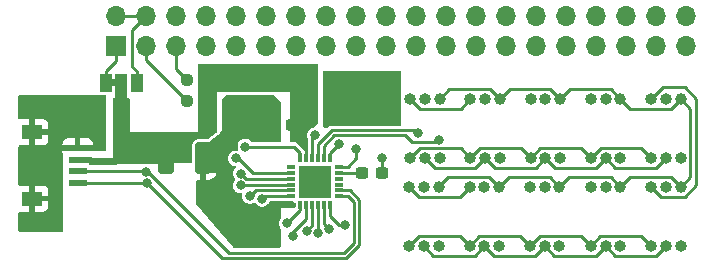
<source format=gbr>
%TF.GenerationSoftware,KiCad,Pcbnew,7.0.9*%
%TF.CreationDate,2023-11-18T01:38:35+02:00*%
%TF.ProjectId,MicroBars,4d696372-6f42-4617-9273-2e6b69636164,rev?*%
%TF.SameCoordinates,Original*%
%TF.FileFunction,Copper,L1,Top*%
%TF.FilePolarity,Positive*%
%FSLAX46Y46*%
G04 Gerber Fmt 4.6, Leading zero omitted, Abs format (unit mm)*
G04 Created by KiCad (PCBNEW 7.0.9) date 2023-11-18 01:38:35*
%MOMM*%
%LPD*%
G01*
G04 APERTURE LIST*
G04 Aperture macros list*
%AMRoundRect*
0 Rectangle with rounded corners*
0 $1 Rounding radius*
0 $2 $3 $4 $5 $6 $7 $8 $9 X,Y pos of 4 corners*
0 Add a 4 corners polygon primitive as box body*
4,1,4,$2,$3,$4,$5,$6,$7,$8,$9,$2,$3,0*
0 Add four circle primitives for the rounded corners*
1,1,$1+$1,$2,$3*
1,1,$1+$1,$4,$5*
1,1,$1+$1,$6,$7*
1,1,$1+$1,$8,$9*
0 Add four rect primitives between the rounded corners*
20,1,$1+$1,$2,$3,$4,$5,0*
20,1,$1+$1,$4,$5,$6,$7,0*
20,1,$1+$1,$6,$7,$8,$9,0*
20,1,$1+$1,$8,$9,$2,$3,0*%
G04 Aperture macros list end*
%TA.AperFunction,SMDPad,CuDef*%
%ADD10R,1.000000X1.500000*%
%TD*%
%TA.AperFunction,ComponentPad*%
%ADD11C,1.000000*%
%TD*%
%TA.AperFunction,ComponentPad*%
%ADD12O,1.000000X1.000000*%
%TD*%
%TA.AperFunction,SMDPad,CuDef*%
%ADD13RoundRect,0.237500X0.250000X0.237500X-0.250000X0.237500X-0.250000X-0.237500X0.250000X-0.237500X0*%
%TD*%
%TA.AperFunction,SMDPad,CuDef*%
%ADD14RoundRect,0.237500X0.300000X0.237500X-0.300000X0.237500X-0.300000X-0.237500X0.300000X-0.237500X0*%
%TD*%
%TA.AperFunction,SMDPad,CuDef*%
%ADD15R,1.550000X0.600000*%
%TD*%
%TA.AperFunction,SMDPad,CuDef*%
%ADD16R,1.800000X1.200000*%
%TD*%
%TA.AperFunction,SMDPad,CuDef*%
%ADD17RoundRect,0.237500X-0.300000X-0.237500X0.300000X-0.237500X0.300000X0.237500X-0.300000X0.237500X0*%
%TD*%
%TA.AperFunction,SMDPad,CuDef*%
%ADD18R,0.800000X0.300000*%
%TD*%
%TA.AperFunction,SMDPad,CuDef*%
%ADD19R,0.300000X0.800000*%
%TD*%
%TA.AperFunction,SMDPad,CuDef*%
%ADD20R,2.800000X2.800000*%
%TD*%
%TA.AperFunction,SMDPad,CuDef*%
%ADD21RoundRect,0.250000X-0.250000X-0.475000X0.250000X-0.475000X0.250000X0.475000X-0.250000X0.475000X0*%
%TD*%
%TA.AperFunction,SMDPad,CuDef*%
%ADD22RoundRect,0.250000X-0.412500X-1.100000X0.412500X-1.100000X0.412500X1.100000X-0.412500X1.100000X0*%
%TD*%
%TA.AperFunction,ComponentPad*%
%ADD23R,1.700000X1.700000*%
%TD*%
%TA.AperFunction,ComponentPad*%
%ADD24O,1.700000X1.700000*%
%TD*%
%TA.AperFunction,ViaPad*%
%ADD25C,0.800000*%
%TD*%
%TA.AperFunction,Conductor*%
%ADD26C,0.250000*%
%TD*%
%TA.AperFunction,Conductor*%
%ADD27C,1.000000*%
%TD*%
%TA.AperFunction,Conductor*%
%ADD28C,0.500000*%
%TD*%
G04 APERTURE END LIST*
%TA.AperFunction,EtchedComponent*%
%TO.C,pwr*%
G36*
X108900000Y-117100000D02*
G01*
X108400000Y-117100000D01*
X108400000Y-116500000D01*
X108900000Y-116500000D01*
X108900000Y-117100000D01*
G37*
%TD.AperFunction*%
%TD*%
D10*
%TO.P,pwr,3,B*%
%TO.N,+5V*%
X110600000Y-116800000D03*
%TO.P,pwr,2,C*%
%TO.N,/pwr*%
X109300000Y-116800000D03*
%TO.P,pwr,1,A*%
%TO.N,+3V3*%
X108000000Y-116800000D03*
%TD*%
D11*
%TO.P,ALS6,1,A*%
%TO.N,/R1*%
X156653000Y-118175500D03*
D12*
%TO.P,ALS6,2,B*%
%TO.N,/R2*%
X156653000Y-123175500D03*
%TO.P,ALS6,3,C*%
%TO.N,/R3*%
X155403000Y-123175500D03*
%TO.P,ALS6,4,D*%
%TO.N,/R4*%
X154153000Y-123175500D03*
%TO.P,ALS6,5,E*%
%TO.N,/R5*%
X154153000Y-118175500D03*
%TO.P,ALS6,6,KA*%
%TO.N,/C6*%
X155403000Y-118175500D03*
%TD*%
D13*
%TO.P,R1,1*%
%TO.N,/pwr*%
X116712500Y-118310000D03*
%TO.P,R1,2*%
%TO.N,/GPIO2{slash}SDA1*%
X114887500Y-118310000D03*
%TD*%
D11*
%TO.P,ALS5,1,A*%
%TO.N,/R1*%
X136200000Y-125625500D03*
D12*
%TO.P,ALS5,2,B*%
%TO.N,/R2*%
X136200000Y-130625500D03*
%TO.P,ALS5,3,C*%
%TO.N,/R3*%
X134950000Y-130625500D03*
%TO.P,ALS5,4,D*%
%TO.N,/R4*%
X133700000Y-130625500D03*
%TO.P,ALS5,5,E*%
%TO.N,/R5*%
X133700000Y-125625500D03*
%TO.P,ALS5,6,KA*%
%TO.N,/C5*%
X134950000Y-125625500D03*
%TD*%
D11*
%TO.P,ALS4,1,A*%
%TO.N,/R1*%
X141300500Y-125625500D03*
D12*
%TO.P,ALS4,2,B*%
%TO.N,/R2*%
X141300500Y-130625500D03*
%TO.P,ALS4,3,C*%
%TO.N,/R3*%
X140050500Y-130625500D03*
%TO.P,ALS4,4,D*%
%TO.N,/R4*%
X138800500Y-130625500D03*
%TO.P,ALS4,5,E*%
%TO.N,/R5*%
X138800500Y-125625500D03*
%TO.P,ALS4,6,KA*%
%TO.N,/C4*%
X140050500Y-125625500D03*
%TD*%
D14*
%TO.P,C4,1*%
%TO.N,/pwr*%
X123725000Y-120400000D03*
%TO.P,C4,2*%
%TO.N,GND*%
X122000000Y-120400000D03*
%TD*%
D15*
%TO.P,J2,1,1*%
%TO.N,GND*%
X105600000Y-122300000D03*
%TO.P,J2,2,2*%
%TO.N,/pwr*%
X105600000Y-123300000D03*
%TO.P,J2,3,3*%
%TO.N,/GPIO2{slash}SDA1*%
X105600000Y-124300000D03*
%TO.P,J2,4,4*%
%TO.N,/GPIO3{slash}SCL1*%
X105600000Y-125300000D03*
D16*
%TO.P,J2,S1,SHIELD*%
%TO.N,GND*%
X101725000Y-121000000D03*
%TO.P,J2,S2,SHIELD*%
X101725000Y-126600000D03*
%TD*%
D11*
%TO.P,ALS3,1,A*%
%TO.N,/R1*%
X146400500Y-125625500D03*
D12*
%TO.P,ALS3,2,B*%
%TO.N,/R2*%
X146400500Y-130625500D03*
%TO.P,ALS3,3,C*%
%TO.N,/R3*%
X145150500Y-130625500D03*
%TO.P,ALS3,4,D*%
%TO.N,/R4*%
X143900500Y-130625500D03*
%TO.P,ALS3,5,E*%
%TO.N,/R5*%
X143900500Y-125625500D03*
%TO.P,ALS3,6,KA*%
%TO.N,/C3*%
X145150500Y-125625500D03*
%TD*%
D11*
%TO.P,ALS1,1,A*%
%TO.N,/R1*%
X156650500Y-125625500D03*
D12*
%TO.P,ALS1,2,B*%
%TO.N,/R2*%
X156650500Y-130625500D03*
%TO.P,ALS1,3,C*%
%TO.N,/R3*%
X155400500Y-130625500D03*
%TO.P,ALS1,4,D*%
%TO.N,/R4*%
X154150500Y-130625500D03*
%TO.P,ALS1,5,E*%
%TO.N,/R5*%
X154150500Y-125625500D03*
%TO.P,ALS1,6,KA*%
%TO.N,/C1*%
X155400500Y-125625500D03*
%TD*%
D17*
%TO.P,C2,1*%
%TO.N,/pwr*%
X116737500Y-119800000D03*
%TO.P,C2,2*%
%TO.N,GND*%
X118462500Y-119800000D03*
%TD*%
D18*
%TO.P,IC1,1,SDA*%
%TO.N,/GPIO2{slash}SDA1*%
X127713000Y-126413000D03*
%TO.P,IC1,2,SCL*%
%TO.N,/GPIO3{slash}SCL1*%
X127713000Y-125913000D03*
%TO.P,IC1,3,SDB*%
%TO.N,unconnected-(IC1-SDB-Pad3)*%
X127713000Y-125413000D03*
%TO.P,IC1,4,IN*%
%TO.N,unconnected-(IC1-IN-Pad4)*%
X127713000Y-124913000D03*
%TO.P,IC1,5,C_FILT*%
%TO.N,Net-(IC1-C_FILT)*%
X127713000Y-124413000D03*
%TO.P,IC1,6,AD*%
%TO.N,GND*%
X127713000Y-123913000D03*
D19*
%TO.P,IC1,7,R1*%
%TO.N,/R1*%
X126963000Y-123163000D03*
%TO.P,IC1,8,R2*%
%TO.N,/R2*%
X126463000Y-123163000D03*
%TO.P,IC1,9,R3*%
%TO.N,/R3*%
X125963000Y-123163000D03*
%TO.P,IC1,10,R4*%
%TO.N,/R4*%
X125463000Y-123163000D03*
%TO.P,IC1,11,VCC*%
%TO.N,/pwr*%
X124963000Y-123163000D03*
%TO.P,IC1,12,R5*%
%TO.N,/R5*%
X124463000Y-123163000D03*
D18*
%TO.P,IC1,13,R6/C11*%
%TO.N,unconnected-(IC1-R6{slash}C11-Pad13)*%
X123713000Y-123913000D03*
%TO.P,IC1,14,R7/C10*%
%TO.N,/C10*%
X123713000Y-124413000D03*
%TO.P,IC1,15,R8/C9*%
%TO.N,/C9*%
X123713000Y-124913000D03*
%TO.P,IC1,16,C8*%
%TO.N,/C8*%
X123713000Y-125413000D03*
%TO.P,IC1,17,C7*%
%TO.N,/C7*%
X123713000Y-125913000D03*
%TO.P,IC1,18,C6*%
%TO.N,/C6*%
X123713000Y-126413000D03*
D19*
%TO.P,IC1,19,C5*%
%TO.N,/C5*%
X124463000Y-127163000D03*
%TO.P,IC1,20,GND_1*%
%TO.N,GND*%
X124963000Y-127163000D03*
%TO.P,IC1,21,C4*%
%TO.N,/C4*%
X125463000Y-127163000D03*
%TO.P,IC1,22,C3*%
%TO.N,/C3*%
X125963000Y-127163000D03*
%TO.P,IC1,23,C2*%
%TO.N,/C2*%
X126463000Y-127163000D03*
%TO.P,IC1,24,C1*%
%TO.N,/C1*%
X126963000Y-127163000D03*
D20*
%TO.P,IC1,25,GND_2*%
%TO.N,GND*%
X125713000Y-125163000D03*
%TD*%
D21*
%TO.P,C1,1*%
%TO.N,/pwr*%
X125300000Y-119400000D03*
%TO.P,C1,2*%
%TO.N,GND*%
X127200000Y-119400000D03*
%TD*%
D17*
%TO.P,C3,1*%
%TO.N,Net-(IC1-C_FILT)*%
X129675000Y-124400000D03*
%TO.P,C3,2*%
%TO.N,GND*%
X131400000Y-124400000D03*
%TD*%
D11*
%TO.P,ALS9,1,A*%
%TO.N,/R1*%
X141351750Y-118175500D03*
D12*
%TO.P,ALS9,2,B*%
%TO.N,/R2*%
X141351750Y-123175500D03*
%TO.P,ALS9,3,C*%
%TO.N,/R3*%
X140101750Y-123175500D03*
%TO.P,ALS9,4,D*%
%TO.N,/R4*%
X138851750Y-123175500D03*
%TO.P,ALS9,5,E*%
%TO.N,/R5*%
X138851750Y-118175500D03*
%TO.P,ALS9,6,KA*%
%TO.N,/C9*%
X140101750Y-118175500D03*
%TD*%
D13*
%TO.P,R2,1*%
%TO.N,/pwr*%
X116712500Y-116600000D03*
%TO.P,R2,2*%
%TO.N,/GPIO3{slash}SCL1*%
X114887500Y-116600000D03*
%TD*%
D11*
%TO.P,ALS8,1,A*%
%TO.N,/R1*%
X146453000Y-118175500D03*
D12*
%TO.P,ALS8,2,B*%
%TO.N,/R2*%
X146453000Y-123175500D03*
%TO.P,ALS8,3,C*%
%TO.N,/R3*%
X145203000Y-123175500D03*
%TO.P,ALS8,4,D*%
%TO.N,/R4*%
X143953000Y-123175500D03*
%TO.P,ALS8,5,E*%
%TO.N,/R5*%
X143953000Y-118175500D03*
%TO.P,ALS8,6,KA*%
%TO.N,/C8*%
X145203000Y-118175500D03*
%TD*%
D11*
%TO.P,ALS2,1,A*%
%TO.N,/R1*%
X151550500Y-125625500D03*
D12*
%TO.P,ALS2,2,B*%
%TO.N,/R2*%
X151550500Y-130625500D03*
%TO.P,ALS2,3,C*%
%TO.N,/R3*%
X150300500Y-130625500D03*
%TO.P,ALS2,4,D*%
%TO.N,/R4*%
X149050500Y-130625500D03*
%TO.P,ALS2,5,E*%
%TO.N,/R5*%
X149050500Y-125625500D03*
%TO.P,ALS2,6,KA*%
%TO.N,/C2*%
X150300500Y-125625500D03*
%TD*%
D11*
%TO.P,ALS7,1,A*%
%TO.N,/R1*%
X151553000Y-118175500D03*
D12*
%TO.P,ALS7,2,B*%
%TO.N,/R2*%
X151553000Y-123175500D03*
%TO.P,ALS7,3,C*%
%TO.N,/R3*%
X150303000Y-123175500D03*
%TO.P,ALS7,4,D*%
%TO.N,/R4*%
X149053000Y-123175500D03*
%TO.P,ALS7,5,E*%
%TO.N,/R5*%
X149053000Y-118175500D03*
%TO.P,ALS7,6,KA*%
%TO.N,/C7*%
X150303000Y-118175500D03*
%TD*%
D11*
%TO.P,ALS10,1,A*%
%TO.N,/R1*%
X136251750Y-118175500D03*
D12*
%TO.P,ALS10,2,B*%
%TO.N,/R2*%
X136251750Y-123175500D03*
%TO.P,ALS10,3,C*%
%TO.N,/R3*%
X135001750Y-123175500D03*
%TO.P,ALS10,4,D*%
%TO.N,/R4*%
X133751750Y-123175500D03*
%TO.P,ALS10,5,E*%
%TO.N,/R5*%
X133751750Y-118175500D03*
%TO.P,ALS10,6,KA*%
%TO.N,/C10*%
X135001750Y-118175500D03*
%TD*%
D22*
%TO.P,C5,1*%
%TO.N,/pwr*%
X113075000Y-123200000D03*
%TO.P,C5,2*%
%TO.N,GND*%
X116200000Y-123200000D03*
%TD*%
D23*
%TO.P,J1,1,Pin_1*%
%TO.N,+3V3*%
X108870000Y-113670000D03*
D24*
%TO.P,J1,2,Pin_2*%
%TO.N,+5V*%
X108870000Y-111130000D03*
%TO.P,J1,3,Pin_3*%
%TO.N,/GPIO2{slash}SDA1*%
X111410000Y-113670000D03*
%TO.P,J1,4,Pin_4*%
%TO.N,+5V*%
X111410000Y-111130000D03*
%TO.P,J1,5,Pin_5*%
%TO.N,/GPIO3{slash}SCL1*%
X113950000Y-113670000D03*
%TO.P,J1,6,Pin_6*%
%TO.N,GND*%
X113950000Y-111130000D03*
%TO.P,J1,7,Pin_7*%
%TO.N,/GPIO4{slash}GPCLK0*%
X116490000Y-113670000D03*
%TO.P,J1,8,Pin_8*%
%TO.N,/GPIO14{slash}TXD0*%
X116490000Y-111130000D03*
%TO.P,J1,9,Pin_9*%
%TO.N,GND*%
X119030000Y-113670000D03*
%TO.P,J1,10,Pin_10*%
%TO.N,/GPIO15{slash}RXD0*%
X119030000Y-111130000D03*
%TO.P,J1,11,Pin_11*%
%TO.N,/GPIO17*%
X121570000Y-113670000D03*
%TO.P,J1,12,Pin_12*%
%TO.N,/GPIO18{slash}PCM.CLK*%
X121570000Y-111130000D03*
%TO.P,J1,13,Pin_13*%
%TO.N,/GPIO27*%
X124110000Y-113670000D03*
%TO.P,J1,14,Pin_14*%
%TO.N,GND*%
X124110000Y-111130000D03*
%TO.P,J1,15,Pin_15*%
%TO.N,/GPIO22*%
X126650000Y-113670000D03*
%TO.P,J1,16,Pin_16*%
%TO.N,/GPIO23*%
X126650000Y-111130000D03*
%TO.P,J1,17,Pin_17*%
%TO.N,+3V3*%
X129190000Y-113670000D03*
%TO.P,J1,18,Pin_18*%
%TO.N,/GPIO24*%
X129190000Y-111130000D03*
%TO.P,J1,19,Pin_19*%
%TO.N,/GPIO10{slash}SPI0.MOSI*%
X131730000Y-113670000D03*
%TO.P,J1,20,Pin_20*%
%TO.N,GND*%
X131730000Y-111130000D03*
%TO.P,J1,21,Pin_21*%
%TO.N,/GPIO9{slash}SPI0.MISO*%
X134270000Y-113670000D03*
%TO.P,J1,22,Pin_22*%
%TO.N,/GPIO25*%
X134270000Y-111130000D03*
%TO.P,J1,23,Pin_23*%
%TO.N,/GPIO11{slash}SPI0.SCLK*%
X136810000Y-113670000D03*
%TO.P,J1,24,Pin_24*%
%TO.N,/GPIO8{slash}SPI0.CE0*%
X136810000Y-111130000D03*
%TO.P,J1,25,Pin_25*%
%TO.N,GND*%
X139350000Y-113670000D03*
%TO.P,J1,26,Pin_26*%
%TO.N,/GPIO7{slash}SPI0.CE1*%
X139350000Y-111130000D03*
%TO.P,J1,27,Pin_27*%
%TO.N,/ID_SDA*%
X141890000Y-113670000D03*
%TO.P,J1,28,Pin_28*%
%TO.N,/ID_SCL*%
X141890000Y-111130000D03*
%TO.P,J1,29,Pin_29*%
%TO.N,/GPIO5*%
X144430000Y-113670000D03*
%TO.P,J1,30,Pin_30*%
%TO.N,GND*%
X144430000Y-111130000D03*
%TO.P,J1,31,Pin_31*%
%TO.N,/GPIO6*%
X146970000Y-113670000D03*
%TO.P,J1,32,Pin_32*%
%TO.N,/GPIO12{slash}PWM0*%
X146970000Y-111130000D03*
%TO.P,J1,33,Pin_33*%
%TO.N,/GPIO13{slash}PWM1*%
X149510000Y-113670000D03*
%TO.P,J1,34,Pin_34*%
%TO.N,GND*%
X149510000Y-111130000D03*
%TO.P,J1,35,Pin_35*%
%TO.N,/GPIO19{slash}PCM.FS*%
X152050000Y-113670000D03*
%TO.P,J1,36,Pin_36*%
%TO.N,/GPIO16*%
X152050000Y-111130000D03*
%TO.P,J1,37,Pin_37*%
%TO.N,/GPIO26*%
X154590000Y-113670000D03*
%TO.P,J1,38,Pin_38*%
%TO.N,/GPIO20{slash}PCM.DIN*%
X154590000Y-111130000D03*
%TO.P,J1,39,Pin_39*%
%TO.N,GND*%
X157130000Y-113670000D03*
%TO.P,J1,40,Pin_40*%
%TO.N,/GPIO21{slash}PCM.DOUT*%
X157130000Y-111130000D03*
%TD*%
D25*
%TO.N,/GPIO2{slash}SDA1*%
X111392058Y-124317383D03*
%TO.N,/GPIO3{slash}SCL1*%
X111487701Y-125312299D03*
%TO.N,GND*%
X117600000Y-127800000D03*
X120400000Y-119000000D03*
X103800000Y-121600000D03*
X117400000Y-123400000D03*
X127800000Y-116200000D03*
X107400000Y-121600000D03*
X128800000Y-116200000D03*
X101800000Y-119200000D03*
X122400000Y-130400000D03*
X132400000Y-116200000D03*
X125000000Y-125200000D03*
X130000000Y-116200000D03*
X118800000Y-129200000D03*
X119600000Y-119800000D03*
X121200000Y-118400000D03*
X126600000Y-125200000D03*
X131400000Y-123200000D03*
X123800000Y-129800000D03*
X125800000Y-125200000D03*
X131000000Y-116200000D03*
X101800000Y-128400000D03*
X122400000Y-127400000D03*
X129200000Y-122400000D03*
%TO.N,/C1*%
X128252822Y-128852822D03*
%TO.N,/R1*%
X127720102Y-121974500D03*
%TO.N,/R2*%
X136213000Y-121626000D03*
%TO.N,/R3*%
X134413000Y-121075000D03*
%TO.N,/R4*%
X125691326Y-121237284D03*
%TO.N,/R5*%
X119800000Y-122200000D03*
%TO.N,/C2*%
X126906677Y-129174369D03*
%TO.N,/C3*%
X125982659Y-129555415D03*
%TO.N,/C4*%
X125013000Y-129313000D03*
%TO.N,/C5*%
X123313000Y-128713000D03*
%TO.N,/C10*%
X119000000Y-123200000D03*
%TO.N,/C9*%
X119400000Y-124489000D03*
%TO.N,/C8*%
X119400000Y-125488503D03*
%TO.N,/C7*%
X120200000Y-126400000D03*
%TO.N,/C6*%
X121213000Y-126637500D03*
%TD*%
D26*
%TO.N,/R4*%
X125463000Y-121465610D02*
X125463000Y-123163000D01*
X125691326Y-121237284D02*
X125463000Y-121465610D01*
%TO.N,/pwr*%
X109300000Y-118300000D02*
X109200000Y-118400000D01*
D27*
X109300000Y-116800000D02*
X109300000Y-118300000D01*
D26*
%TO.N,+3V3*%
X108000000Y-115800000D02*
X108000000Y-116800000D01*
X108870000Y-114930000D02*
X108000000Y-115800000D01*
X108870000Y-113670000D02*
X108870000Y-114930000D01*
X128730000Y-113670000D02*
X129190000Y-113670000D01*
%TO.N,+5V*%
X108870000Y-111130000D02*
X111410000Y-111130000D01*
X111410000Y-111130000D02*
X110235000Y-112305000D01*
X110235000Y-115435000D02*
X110600000Y-115800000D01*
X110600000Y-115800000D02*
X110600000Y-116400000D01*
X110235000Y-112305000D02*
X110235000Y-115435000D01*
%TO.N,/GPIO2{slash}SDA1*%
X111410000Y-114832500D02*
X114887500Y-118310000D01*
X128977822Y-130385782D02*
X128163604Y-131200000D01*
X127713000Y-126413000D02*
X128513000Y-126413000D01*
X111500000Y-124300000D02*
X105600000Y-124300000D01*
X111410000Y-113670000D02*
X111410000Y-114832500D01*
X128163604Y-131200000D02*
X118400000Y-131200000D01*
X128977822Y-126877822D02*
X128977822Y-130385782D01*
X118400000Y-131200000D02*
X111500000Y-124300000D01*
X128513000Y-126413000D02*
X128977822Y-126877822D01*
%TO.N,/GPIO3{slash}SCL1*%
X117813604Y-131650000D02*
X111463604Y-125300000D01*
X104938604Y-125300000D02*
X105600000Y-125300000D01*
X128350000Y-131650000D02*
X117813604Y-131650000D01*
X111463604Y-125300000D02*
X105600000Y-125300000D01*
X127713000Y-125913000D02*
X128649396Y-125913000D01*
X114887500Y-116600000D02*
X113950000Y-115662500D01*
X128649396Y-125913000D02*
X129427822Y-126691426D01*
X129427822Y-130572178D02*
X128350000Y-131650000D01*
X113950000Y-115662500D02*
X113950000Y-113670000D01*
X129427822Y-126691426D02*
X129427822Y-130572178D01*
%TO.N,GND*%
X129200000Y-122400000D02*
X129200000Y-123200000D01*
X101725000Y-128325000D02*
X101800000Y-128400000D01*
X101725000Y-119275000D02*
X101800000Y-119200000D01*
X123713000Y-129587695D02*
X123800000Y-129800000D01*
X124963000Y-128337695D02*
X123713000Y-129587695D01*
X129200000Y-123200000D02*
X128487000Y-123913000D01*
X123800000Y-129800000D02*
X123713000Y-129713000D01*
X124963000Y-127163000D02*
X124963000Y-128337695D01*
X131400000Y-124400000D02*
X131400000Y-123200000D01*
X128487000Y-123913000D02*
X127713000Y-123913000D01*
%TO.N,Net-(IC1-C_FILT)*%
X127713000Y-124413000D02*
X129662000Y-124413000D01*
X129662000Y-124413000D02*
X129675000Y-124400000D01*
%TO.N,/C1*%
X126963000Y-128063000D02*
X127752822Y-128852822D01*
X126963000Y-127163000D02*
X126963000Y-128063000D01*
X127752822Y-128852822D02*
X128252822Y-128852822D01*
%TO.N,/R1*%
X137076750Y-117350500D02*
X136251750Y-118175500D01*
X145628000Y-117350500D02*
X142176750Y-117350500D01*
X136976750Y-124800500D02*
X136151750Y-125625500D01*
X156650500Y-125625500D02*
X155825500Y-124800500D01*
X157478000Y-119000500D02*
X157478000Y-124798000D01*
X142125500Y-124800500D02*
X141300500Y-125625500D01*
X150725500Y-124800500D02*
X147225500Y-124800500D01*
X152378000Y-119000500D02*
X151553000Y-118175500D01*
X152375500Y-124800500D02*
X151550500Y-125625500D01*
X140526750Y-117350500D02*
X137076750Y-117350500D01*
X156653000Y-118175500D02*
X155828000Y-119000500D01*
X151550500Y-125625500D02*
X150725500Y-124800500D01*
X146400500Y-125625500D02*
X145575500Y-124800500D01*
X140475500Y-124800500D02*
X136976750Y-124800500D01*
X147225500Y-124800500D02*
X146400500Y-125625500D01*
X146453000Y-118175500D02*
X145628000Y-117350500D01*
X151553000Y-118175500D02*
X150728000Y-117350500D01*
X145575500Y-124800500D02*
X142125500Y-124800500D01*
X155828000Y-119000500D02*
X152378000Y-119000500D01*
X141351750Y-118175500D02*
X140526750Y-117350500D01*
X141300500Y-125625500D02*
X140475500Y-124800500D01*
X127720102Y-121974500D02*
X126963000Y-122731602D01*
X147278000Y-117350500D02*
X146453000Y-118175500D01*
X126963000Y-122731602D02*
X126963000Y-123163000D01*
X142176750Y-117350500D02*
X141351750Y-118175500D01*
X150728000Y-117350500D02*
X147278000Y-117350500D01*
X155825500Y-124800500D02*
X152375500Y-124800500D01*
X157478000Y-124798000D02*
X156650500Y-125625500D01*
X156653000Y-118175500D02*
X157478000Y-119000500D01*
%TO.N,/R2*%
X133900000Y-121800000D02*
X136039000Y-121800000D01*
X136039000Y-121800000D02*
X136213000Y-121626000D01*
X127339604Y-121250000D02*
X133350000Y-121250000D01*
X126463000Y-123163000D02*
X126463000Y-122126604D01*
X126463000Y-122126604D02*
X127339604Y-121250000D01*
X133350000Y-121250000D02*
X133900000Y-121800000D01*
%TO.N,/R3*%
X125963000Y-123163000D02*
X125963000Y-121990208D01*
X151125500Y-131450500D02*
X154575500Y-131450500D01*
X150300500Y-130625500D02*
X149475500Y-131450500D01*
X155403000Y-123175500D02*
X154578000Y-124000500D01*
X140101750Y-123175500D02*
X139276750Y-124000500D01*
X146028000Y-124000500D02*
X145203000Y-123175500D01*
X127153208Y-120800000D02*
X134138000Y-120800000D01*
X140050500Y-130625500D02*
X139225500Y-131450500D01*
X135726750Y-131450500D02*
X134901750Y-130625500D01*
X154575500Y-131450500D02*
X155400500Y-130625500D01*
X149475500Y-131450500D02*
X145975500Y-131450500D01*
X144378000Y-124000500D02*
X140926750Y-124000500D01*
X139276750Y-124000500D02*
X135826750Y-124000500D01*
X154578000Y-124000500D02*
X151128000Y-124000500D01*
X145150500Y-130625500D02*
X144325500Y-131450500D01*
X149478000Y-124000500D02*
X146028000Y-124000500D01*
X134138000Y-120800000D02*
X134413000Y-121075000D01*
X145975500Y-131450500D02*
X145150500Y-130625500D01*
X151128000Y-124000500D02*
X150303000Y-123175500D01*
X140875500Y-131450500D02*
X140050500Y-130625500D01*
X139225500Y-131450500D02*
X135726750Y-131450500D01*
X144325500Y-131450500D02*
X140875500Y-131450500D01*
X125963000Y-121990208D02*
X127153208Y-120800000D01*
X135826750Y-124000500D02*
X135001750Y-123175500D01*
X150300500Y-130625500D02*
X151125500Y-131450500D01*
X145203000Y-123175500D02*
X144378000Y-124000500D01*
X140926750Y-124000500D02*
X140101750Y-123175500D01*
X150303000Y-123175500D02*
X149478000Y-124000500D01*
%TO.N,/R4*%
X153325500Y-129800500D02*
X149875500Y-129800500D01*
X143128000Y-122350500D02*
X139676750Y-122350500D01*
X138851750Y-123175500D02*
X138026750Y-122350500D01*
X154150500Y-130625500D02*
X153325500Y-129800500D01*
X144778000Y-122350500D02*
X143953000Y-123175500D01*
X149878000Y-122350500D02*
X149053000Y-123175500D01*
X138026750Y-122350500D02*
X134576750Y-122350500D01*
X144725500Y-129800500D02*
X143900500Y-130625500D01*
X134576750Y-122350500D02*
X133751750Y-123175500D01*
X143953000Y-123175500D02*
X143128000Y-122350500D01*
X153328000Y-122350500D02*
X149878000Y-122350500D01*
X149875500Y-129800500D02*
X149050500Y-130625500D01*
X134476750Y-129800500D02*
X133651750Y-130625500D01*
X149050500Y-130625500D02*
X148225500Y-129800500D01*
X137975500Y-129800500D02*
X134476750Y-129800500D01*
X148225500Y-129800500D02*
X144725500Y-129800500D01*
X138800500Y-130625500D02*
X137975500Y-129800500D01*
X139676750Y-122350500D02*
X138851750Y-123175500D01*
X143900500Y-130625500D02*
X143075500Y-129800500D01*
X149053000Y-123175500D02*
X148228000Y-122350500D01*
X154153000Y-123175500D02*
X153328000Y-122350500D01*
X139625500Y-129800500D02*
X138800500Y-130625500D01*
X143075500Y-129800500D02*
X139625500Y-129800500D01*
X148228000Y-122350500D02*
X144778000Y-122350500D01*
%TO.N,/R5*%
X124463000Y-122713000D02*
X124463000Y-123163000D01*
X157000000Y-117200000D02*
X155128500Y-117200000D01*
X154975500Y-126450500D02*
X156992227Y-126450500D01*
X156992227Y-126450500D02*
X157950500Y-125492227D01*
X123950000Y-122200000D02*
X124463000Y-122713000D01*
X138026750Y-119000500D02*
X138851750Y-118175500D01*
X157950500Y-125492227D02*
X157950500Y-118150500D01*
X133751750Y-118175500D02*
X134576750Y-119000500D01*
X154150500Y-125625500D02*
X154975500Y-126450500D01*
X155128500Y-117200000D02*
X154153000Y-118175500D01*
X119800000Y-122200000D02*
X123950000Y-122200000D01*
X157950500Y-118150500D02*
X157000000Y-117200000D01*
X137975500Y-126450500D02*
X138800500Y-125625500D01*
X133651750Y-125625500D02*
X134476750Y-126450500D01*
X134576750Y-119000500D02*
X138026750Y-119000500D01*
X134476750Y-126450500D02*
X137975500Y-126450500D01*
%TO.N,/C2*%
X126463000Y-127163000D02*
X126463000Y-128730692D01*
X126463000Y-128730692D02*
X126906677Y-129174369D01*
%TO.N,/C3*%
X125963000Y-129535756D02*
X125963000Y-127163000D01*
X125982659Y-129555415D02*
X125963000Y-129535756D01*
%TO.N,/C4*%
X125013000Y-129313000D02*
X125463000Y-128863000D01*
X125463000Y-128863000D02*
X125463000Y-127163000D01*
%TO.N,/C5*%
X124463000Y-127563000D02*
X124463000Y-127163000D01*
X123313000Y-128713000D02*
X124463000Y-127563000D01*
%TO.N,/C10*%
X119200000Y-123200000D02*
X120413000Y-124413000D01*
X120413000Y-124413000D02*
X123713000Y-124413000D01*
X119000000Y-123200000D02*
X119200000Y-123200000D01*
%TO.N,/C9*%
X119700305Y-124763503D02*
X119849802Y-124913000D01*
X119849802Y-124913000D02*
X123713000Y-124913000D01*
X119674503Y-124763503D02*
X119700305Y-124763503D01*
X119400000Y-124489000D02*
X119674503Y-124763503D01*
%TO.N,/C8*%
X119400000Y-125488503D02*
X119475503Y-125413000D01*
X119475503Y-125413000D02*
X123713000Y-125413000D01*
%TO.N,/C7*%
X120200000Y-126400000D02*
X120687000Y-125913000D01*
X120687000Y-125913000D02*
X123713000Y-125913000D01*
%TO.N,/C6*%
X121213000Y-126637500D02*
X121437500Y-126413000D01*
X121437500Y-126413000D02*
X123713000Y-126413000D01*
%TO.N,/pwr*%
X116712500Y-118310000D02*
X116712500Y-119775000D01*
X124963000Y-122163000D02*
X124800000Y-122000000D01*
X124800000Y-121000000D02*
X124800000Y-122000000D01*
X124963000Y-123163000D02*
X124963000Y-122163000D01*
X125300000Y-119400000D02*
X125300000Y-120500000D01*
X116712500Y-119775000D02*
X116737500Y-119800000D01*
X125300000Y-120500000D02*
X124800000Y-121000000D01*
D28*
X105600000Y-123300000D02*
X106700000Y-123300000D01*
D26*
X116712500Y-116600000D02*
X116712500Y-117400000D01*
X116712500Y-117400000D02*
X116712500Y-118310000D01*
%TD*%
%TA.AperFunction,Conductor*%
%TO.N,/pwr*%
G36*
X125973566Y-115217313D02*
G01*
X125998876Y-115261150D01*
X126000000Y-115274000D01*
X126000000Y-120169348D01*
X125982687Y-120216914D01*
X125978326Y-120221674D01*
X125628089Y-120571910D01*
X125593472Y-120591434D01*
X125458959Y-120624588D01*
X125319087Y-120698000D01*
X125200842Y-120802754D01*
X125111105Y-120932762D01*
X125111104Y-120932762D01*
X125055090Y-121080461D01*
X125055087Y-121080475D01*
X125036048Y-121237280D01*
X125036048Y-121237287D01*
X125055087Y-121394097D01*
X125055088Y-121394101D01*
X125082691Y-121466881D01*
X125087500Y-121493122D01*
X125087500Y-122526000D01*
X125070187Y-122573566D01*
X125026350Y-122598876D01*
X125013500Y-122600000D01*
X124872901Y-122600000D01*
X124825335Y-122582687D01*
X124807820Y-122561221D01*
X124796941Y-122541118D01*
X124772826Y-122491789D01*
X124769262Y-122486797D01*
X124769491Y-122486633D01*
X124767407Y-122483839D01*
X124767185Y-122484013D01*
X124763417Y-122479172D01*
X124757880Y-122474075D01*
X124723029Y-122441992D01*
X124248474Y-121967436D01*
X124238857Y-121955592D01*
X124230084Y-121942164D01*
X124230083Y-121942163D01*
X124200853Y-121919412D01*
X124197415Y-121916377D01*
X124193518Y-121912480D01*
X124174504Y-121898905D01*
X124131189Y-121865191D01*
X124131186Y-121865190D01*
X124125795Y-121862272D01*
X124125928Y-121862024D01*
X124122829Y-121860429D01*
X124122706Y-121860682D01*
X124117201Y-121857990D01*
X124064596Y-121842329D01*
X124012661Y-121824499D01*
X124006615Y-121823491D01*
X124006661Y-121823214D01*
X124003206Y-121822710D01*
X124003172Y-121822991D01*
X123997089Y-121822232D01*
X123997088Y-121822232D01*
X123997086Y-121822232D01*
X123942244Y-121824500D01*
X123674000Y-121824500D01*
X123626434Y-121807187D01*
X123601124Y-121763350D01*
X123600000Y-121750500D01*
X123600000Y-117600000D01*
X122362537Y-117600000D01*
X122324151Y-117589265D01*
X122304303Y-117577222D01*
X122304304Y-117577222D01*
X122256735Y-117559908D01*
X122169351Y-117544500D01*
X122169348Y-117544500D01*
X118225069Y-117544500D01*
X118225068Y-117544500D01*
X118213046Y-117545025D01*
X118116223Y-117568720D01*
X118067420Y-117591477D01*
X118067173Y-117590948D01*
X118033393Y-117600000D01*
X117400000Y-117600000D01*
X117400000Y-120887818D01*
X117396192Y-120911250D01*
X117395214Y-120914177D01*
X117395211Y-120914190D01*
X117392716Y-120930953D01*
X117388329Y-120939042D01*
X117381915Y-120983643D01*
X117376632Y-121000000D01*
X115800000Y-121000000D01*
X115800000Y-118600000D01*
X115800000Y-115274000D01*
X115817313Y-115226434D01*
X115861150Y-115201124D01*
X115874000Y-115200000D01*
X125926000Y-115200000D01*
X125973566Y-115217313D01*
G37*
%TD.AperFunction*%
%TD*%
%TA.AperFunction,Conductor*%
%TO.N,GND*%
G36*
X116450000Y-125049999D02*
G01*
X116662472Y-125049999D01*
X116662486Y-125049998D01*
X116765197Y-125039505D01*
X116931619Y-124984358D01*
X116931624Y-124984356D01*
X117080845Y-124892315D01*
X117204815Y-124768345D01*
X117296856Y-124619124D01*
X117296858Y-124619119D01*
X117352005Y-124452697D01*
X117352006Y-124452690D01*
X117357389Y-124400000D01*
X118755528Y-124400000D01*
X118744722Y-124488999D01*
X118744722Y-124489000D01*
X118763762Y-124645818D01*
X118819780Y-124793523D01*
X118819781Y-124793524D01*
X118905915Y-124918311D01*
X118927798Y-124984665D01*
X118910333Y-125052317D01*
X118905915Y-125059191D01*
X118819781Y-125183978D01*
X118819780Y-125183979D01*
X118763762Y-125331684D01*
X118744722Y-125488502D01*
X118744722Y-125488503D01*
X118763762Y-125645321D01*
X118799035Y-125738326D01*
X118819780Y-125793026D01*
X118909517Y-125923033D01*
X119027760Y-126027786D01*
X119027762Y-126027787D01*
X119167634Y-126101199D01*
X119321014Y-126139003D01*
X119436445Y-126139003D01*
X119503484Y-126158688D01*
X119549239Y-126211492D01*
X119559541Y-126277949D01*
X119544722Y-126399999D01*
X119544722Y-126400000D01*
X119563762Y-126556818D01*
X119605971Y-126668112D01*
X119619780Y-126704523D01*
X119709517Y-126834530D01*
X119827760Y-126939283D01*
X119827762Y-126939284D01*
X119967634Y-127012696D01*
X120121014Y-127050500D01*
X120121015Y-127050500D01*
X120278985Y-127050500D01*
X120432365Y-127012696D01*
X120518021Y-126967739D01*
X120586527Y-126954014D01*
X120651581Y-126979506D01*
X120677696Y-127007096D01*
X120695824Y-127033359D01*
X120722517Y-127072030D01*
X120840760Y-127176783D01*
X120840762Y-127176784D01*
X120980634Y-127250196D01*
X121134014Y-127288000D01*
X121134015Y-127288000D01*
X121291985Y-127288000D01*
X121445365Y-127250196D01*
X121585240Y-127176783D01*
X121703483Y-127072030D01*
X121793220Y-126942023D01*
X121821093Y-126868528D01*
X121863272Y-126812826D01*
X121928869Y-126788769D01*
X121937035Y-126788500D01*
X123165327Y-126788500D01*
X123212778Y-126797938D01*
X123215258Y-126798964D01*
X123215260Y-126798966D01*
X123233526Y-126802599D01*
X123288323Y-126813500D01*
X123288326Y-126813500D01*
X123813874Y-126813500D01*
X123880913Y-126833185D01*
X123913141Y-126863189D01*
X123955809Y-126920186D01*
X123955810Y-126920187D01*
X124012811Y-126962858D01*
X124054682Y-127018792D01*
X124062500Y-127062125D01*
X124062500Y-127276000D01*
X124042815Y-127343039D01*
X123990011Y-127388794D01*
X123938500Y-127400000D01*
X122800000Y-127400000D01*
X122800000Y-128272451D01*
X122780315Y-128339490D01*
X122778050Y-128342890D01*
X122732783Y-128408470D01*
X122732780Y-128408476D01*
X122676762Y-128556181D01*
X122657722Y-128712999D01*
X122657722Y-128713000D01*
X122676762Y-128869818D01*
X122729349Y-129008477D01*
X122732780Y-129017523D01*
X122778051Y-129083110D01*
X122799933Y-129149461D01*
X122800000Y-129153547D01*
X122800000Y-130676000D01*
X122780315Y-130743039D01*
X122727511Y-130788794D01*
X122676000Y-130800000D01*
X118857689Y-130800000D01*
X118790650Y-130780315D01*
X118762840Y-130755873D01*
X118752032Y-130743039D01*
X117174584Y-128869818D01*
X115629151Y-127034616D01*
X115601025Y-126970657D01*
X115600000Y-126954743D01*
X115600000Y-125173264D01*
X115619685Y-125106225D01*
X115672489Y-125060470D01*
X115734340Y-125050281D01*
X115734363Y-125049839D01*
X115736396Y-125049942D01*
X115736612Y-125049907D01*
X115737521Y-125049999D01*
X115949999Y-125049999D01*
X115950000Y-125049998D01*
X115950000Y-124400000D01*
X116450000Y-124400000D01*
X116450000Y-125049999D01*
G37*
%TD.AperFunction*%
%TD*%
%TA.AperFunction,Conductor*%
%TO.N,/pwr*%
G36*
X109550000Y-118050000D02*
G01*
X109847828Y-118050000D01*
X109847841Y-118049999D01*
X109862743Y-118048397D01*
X109931503Y-118060801D01*
X109982641Y-118108411D01*
X110000000Y-118171686D01*
X110000000Y-121000000D01*
X109600000Y-121200000D01*
X108600000Y-122000000D01*
X108600000Y-121600000D01*
X108600000Y-118171686D01*
X108619685Y-118104647D01*
X108672489Y-118058892D01*
X108737257Y-118048397D01*
X108752158Y-118049999D01*
X108752172Y-118050000D01*
X109050000Y-118050000D01*
X109050000Y-118000000D01*
X109550000Y-118000000D01*
X109550000Y-118050000D01*
G37*
%TD.AperFunction*%
%TD*%
%TA.AperFunction,Conductor*%
%TO.N,/pwr*%
G36*
X117380315Y-121006391D02*
G01*
X117352129Y-121037232D01*
X116662796Y-121573380D01*
X116597793Y-121599000D01*
X116586667Y-121599500D01*
X115739629Y-121599500D01*
X115739623Y-121599501D01*
X115680016Y-121605908D01*
X115545171Y-121656202D01*
X115545164Y-121656206D01*
X115429955Y-121742452D01*
X115429952Y-121742455D01*
X115343706Y-121857664D01*
X115343702Y-121857671D01*
X115293408Y-121992517D01*
X115287001Y-122052116D01*
X115287000Y-122052135D01*
X115287000Y-123485680D01*
X115267315Y-123552719D01*
X115214511Y-123598474D01*
X115165755Y-123609649D01*
X111580059Y-123689331D01*
X111547630Y-123685759D01*
X111471044Y-123666883D01*
X111471043Y-123666883D01*
X111313073Y-123666883D01*
X111313072Y-123666883D01*
X111199770Y-123694808D01*
X111172851Y-123698380D01*
X106726755Y-123797183D01*
X106659295Y-123778993D01*
X106612378Y-123727219D01*
X106600000Y-123673214D01*
X106600000Y-123324000D01*
X106619685Y-123256961D01*
X106672489Y-123211206D01*
X106724000Y-123200000D01*
X108600000Y-123200000D01*
X108600000Y-122000000D01*
X109600000Y-121200000D01*
X110000000Y-121000000D01*
X115800000Y-121000000D01*
X117382192Y-121000000D01*
X117380315Y-121006391D01*
G37*
%TD.AperFunction*%
%TD*%
%TA.AperFunction,Conductor*%
%TO.N,GND*%
G36*
X122216914Y-117817313D02*
G01*
X122221674Y-117821674D01*
X122778326Y-118378326D01*
X122799718Y-118424202D01*
X122800000Y-118430652D01*
X122800000Y-121750500D01*
X122782687Y-121798066D01*
X122738850Y-121823376D01*
X122726000Y-121824500D01*
X120370066Y-121824500D01*
X120322500Y-121807187D01*
X120309168Y-121792540D01*
X120290483Y-121765470D01*
X120282256Y-121758182D01*
X120254154Y-121733286D01*
X120172240Y-121660717D01*
X120160139Y-121654366D01*
X120032366Y-121587304D01*
X119878987Y-121549500D01*
X119878985Y-121549500D01*
X119721015Y-121549500D01*
X119721012Y-121549500D01*
X119567633Y-121587304D01*
X119427761Y-121660716D01*
X119309516Y-121765470D01*
X119219779Y-121895478D01*
X119219778Y-121895478D01*
X119163764Y-122043177D01*
X119163761Y-122043191D01*
X119144722Y-122199996D01*
X119144722Y-122200003D01*
X119163761Y-122356808D01*
X119163764Y-122356822D01*
X119203116Y-122460586D01*
X119203796Y-122511200D01*
X119171781Y-122550410D01*
X119122054Y-122559868D01*
X119116217Y-122558676D01*
X119078989Y-122549501D01*
X119078985Y-122549500D01*
X118921015Y-122549500D01*
X118921012Y-122549500D01*
X118767633Y-122587304D01*
X118627761Y-122660716D01*
X118509516Y-122765470D01*
X118419779Y-122895478D01*
X118419778Y-122895478D01*
X118363764Y-123043177D01*
X118363761Y-123043191D01*
X118344722Y-123199996D01*
X118344722Y-123200003D01*
X118363761Y-123356808D01*
X118363764Y-123356822D01*
X118419778Y-123504521D01*
X118509516Y-123634529D01*
X118509517Y-123634530D01*
X118627760Y-123739283D01*
X118767635Y-123812696D01*
X118921015Y-123850500D01*
X118921019Y-123850500D01*
X118944631Y-123850500D01*
X118992197Y-123867813D01*
X119017507Y-123911650D01*
X119008717Y-123961500D01*
X118993703Y-123979887D01*
X118991942Y-123981449D01*
X118909516Y-124054470D01*
X118819779Y-124184478D01*
X118819778Y-124184478D01*
X118763764Y-124332177D01*
X118763761Y-124332191D01*
X118755528Y-124400000D01*
X116600000Y-124400000D01*
X116600000Y-124000000D01*
X116600000Y-122030651D01*
X116617313Y-121983085D01*
X116621663Y-121978336D01*
X116841817Y-121758182D01*
X116845238Y-121755163D01*
X117508991Y-121238911D01*
X117540730Y-121209597D01*
X117568916Y-121178756D01*
X117579248Y-121166722D01*
X117625461Y-121078389D01*
X117627338Y-121071998D01*
X117637692Y-121000000D01*
X117637561Y-120995100D01*
X117653592Y-120947087D01*
X117659199Y-120940800D01*
X117800000Y-120800000D01*
X117800000Y-118230652D01*
X117817313Y-118183086D01*
X117821674Y-118178326D01*
X118178326Y-117821674D01*
X118224202Y-117800282D01*
X118230652Y-117800000D01*
X122169348Y-117800000D01*
X122216914Y-117817313D01*
G37*
%TD.AperFunction*%
%TD*%
%TA.AperFunction,Conductor*%
%TO.N,GND*%
G36*
X132973566Y-115817313D02*
G01*
X132998876Y-115861150D01*
X133000000Y-115874000D01*
X133000000Y-118142364D01*
X132999767Y-118146510D01*
X132996501Y-118175499D01*
X132999767Y-118204489D01*
X133000000Y-118208635D01*
X133000000Y-120350500D01*
X132982687Y-120398066D01*
X132938850Y-120423376D01*
X132926000Y-120424500D01*
X127199825Y-120424500D01*
X127184640Y-120422925D01*
X127168940Y-120419633D01*
X127132174Y-120424216D01*
X127127595Y-120424500D01*
X127122086Y-120424500D01*
X127099054Y-120428344D01*
X127044583Y-120435134D01*
X127038706Y-120436884D01*
X127038625Y-120436615D01*
X127035307Y-120437677D01*
X127035399Y-120437943D01*
X127029595Y-120439935D01*
X126981322Y-120466060D01*
X126931996Y-120490174D01*
X126927006Y-120493737D01*
X126926845Y-120493511D01*
X126924045Y-120495599D01*
X126924216Y-120495818D01*
X126919384Y-120499578D01*
X126882200Y-120539970D01*
X126843844Y-120578326D01*
X126797968Y-120599718D01*
X126791518Y-120600000D01*
X126474000Y-120600000D01*
X126426434Y-120582687D01*
X126401124Y-120538850D01*
X126400000Y-120526000D01*
X126400000Y-115874000D01*
X126417313Y-115826434D01*
X126461150Y-115801124D01*
X126474000Y-115800000D01*
X132926000Y-115800000D01*
X132973566Y-115817313D01*
G37*
%TD.AperFunction*%
%TD*%
%TA.AperFunction,Conductor*%
%TO.N,GND*%
G36*
X107473282Y-117800299D02*
G01*
X107475324Y-117800500D01*
X107876000Y-117800500D01*
X107943039Y-117820185D01*
X107988794Y-117872989D01*
X108000000Y-117924500D01*
X108000000Y-122476000D01*
X107980315Y-122543039D01*
X107927511Y-122588794D01*
X107876000Y-122600000D01*
X106976362Y-122600000D01*
X106909323Y-122580315D01*
X106888681Y-122563681D01*
X106875000Y-122550000D01*
X104325000Y-122550000D01*
X104325000Y-122647844D01*
X104331401Y-122707372D01*
X104331402Y-122707376D01*
X104381648Y-122842091D01*
X104384832Y-122847921D01*
X104400000Y-122907348D01*
X104400000Y-129276000D01*
X104380315Y-129343039D01*
X104327511Y-129388794D01*
X104276000Y-129400000D01*
X100724000Y-129400000D01*
X100656961Y-129380315D01*
X100611206Y-129327511D01*
X100600000Y-129276000D01*
X100600000Y-127818998D01*
X100619685Y-127751959D01*
X100672489Y-127706204D01*
X100737256Y-127695709D01*
X100777155Y-127699999D01*
X100777172Y-127700000D01*
X101475000Y-127700000D01*
X101475000Y-126850000D01*
X101975000Y-126850000D01*
X101975000Y-127700000D01*
X102672828Y-127700000D01*
X102672844Y-127699999D01*
X102732372Y-127693598D01*
X102732379Y-127693596D01*
X102867086Y-127643354D01*
X102867093Y-127643350D01*
X102982187Y-127557190D01*
X102982190Y-127557187D01*
X103068350Y-127442093D01*
X103068354Y-127442086D01*
X103118596Y-127307379D01*
X103118598Y-127307372D01*
X103124999Y-127247844D01*
X103125000Y-127247827D01*
X103125000Y-126850000D01*
X101975000Y-126850000D01*
X101475000Y-126850000D01*
X101475000Y-125500000D01*
X101975000Y-125500000D01*
X101975000Y-126350000D01*
X103125000Y-126350000D01*
X103125000Y-125952172D01*
X103124999Y-125952155D01*
X103118598Y-125892627D01*
X103118596Y-125892620D01*
X103068354Y-125757913D01*
X103068350Y-125757906D01*
X102982190Y-125642812D01*
X102982187Y-125642809D01*
X102867093Y-125556649D01*
X102867086Y-125556645D01*
X102732379Y-125506403D01*
X102732372Y-125506401D01*
X102672844Y-125500000D01*
X101975000Y-125500000D01*
X101475000Y-125500000D01*
X100777155Y-125500000D01*
X100737256Y-125504291D01*
X100668497Y-125491887D01*
X100617359Y-125444277D01*
X100600000Y-125381002D01*
X100600000Y-122218998D01*
X100619685Y-122151959D01*
X100672489Y-122106204D01*
X100737256Y-122095709D01*
X100777155Y-122099999D01*
X100777172Y-122100000D01*
X101475000Y-122100000D01*
X101475000Y-121250000D01*
X101975000Y-121250000D01*
X101975000Y-122100000D01*
X102672828Y-122100000D01*
X102672844Y-122099999D01*
X102732372Y-122093598D01*
X102732379Y-122093596D01*
X102849267Y-122050000D01*
X104325000Y-122050000D01*
X105350000Y-122050000D01*
X105350000Y-121500000D01*
X105850000Y-121500000D01*
X105850000Y-122050000D01*
X106875000Y-122050000D01*
X106875000Y-121952172D01*
X106874999Y-121952155D01*
X106868598Y-121892627D01*
X106868596Y-121892620D01*
X106818354Y-121757913D01*
X106818350Y-121757906D01*
X106732190Y-121642812D01*
X106732187Y-121642809D01*
X106617093Y-121556649D01*
X106617086Y-121556645D01*
X106482379Y-121506403D01*
X106482372Y-121506401D01*
X106422844Y-121500000D01*
X105850000Y-121500000D01*
X105350000Y-121500000D01*
X104777155Y-121500000D01*
X104717627Y-121506401D01*
X104717620Y-121506403D01*
X104582913Y-121556645D01*
X104582906Y-121556649D01*
X104467812Y-121642809D01*
X104467809Y-121642812D01*
X104381649Y-121757906D01*
X104381645Y-121757913D01*
X104331403Y-121892620D01*
X104331401Y-121892627D01*
X104325000Y-121952155D01*
X104325000Y-122050000D01*
X102849267Y-122050000D01*
X102867086Y-122043354D01*
X102867093Y-122043350D01*
X102982187Y-121957190D01*
X102982190Y-121957187D01*
X103068350Y-121842093D01*
X103068354Y-121842086D01*
X103118596Y-121707379D01*
X103118598Y-121707372D01*
X103124999Y-121647844D01*
X103125000Y-121647827D01*
X103125000Y-121250000D01*
X101975000Y-121250000D01*
X101475000Y-121250000D01*
X101475000Y-119900000D01*
X101975000Y-119900000D01*
X101975000Y-120750000D01*
X103125000Y-120750000D01*
X103125000Y-120352172D01*
X103124999Y-120352155D01*
X103118598Y-120292627D01*
X103118596Y-120292620D01*
X103068354Y-120157913D01*
X103068350Y-120157906D01*
X102982190Y-120042812D01*
X102982187Y-120042809D01*
X102867093Y-119956649D01*
X102867086Y-119956645D01*
X102732379Y-119906403D01*
X102732372Y-119906401D01*
X102672844Y-119900000D01*
X101975000Y-119900000D01*
X101475000Y-119900000D01*
X100777155Y-119900000D01*
X100737256Y-119904291D01*
X100668497Y-119891887D01*
X100617359Y-119844277D01*
X100600000Y-119781002D01*
X100600000Y-117924000D01*
X100619685Y-117856961D01*
X100672489Y-117811206D01*
X100724000Y-117800000D01*
X107467202Y-117800000D01*
X107473282Y-117800299D01*
G37*
%TD.AperFunction*%
%TD*%
M02*

</source>
